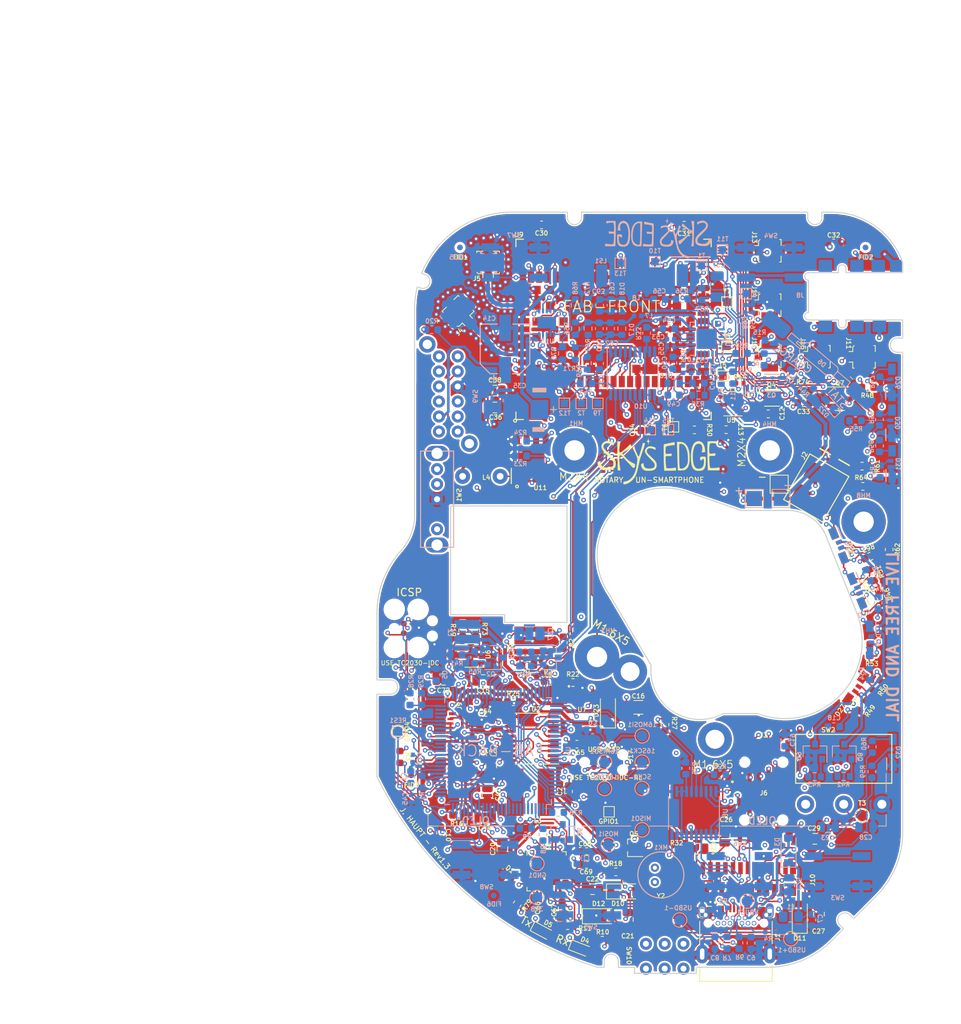
<source format=kicad_pcb>
(kicad_pcb (version 20211014) (generator pcbnew)

  (general
    (thickness 1.6)
  )

  (paper "A4")
  (layers
    (0 "F.Cu" signal "L1_GND+GNDA.Cu")
    (1 "In1.Cu" signal "L2_3v3+GNDA.Cu")
    (2 "In2.Cu" signal "L3_3v8+GNDA.Cu")
    (3 "In3.Cu" signal "L4_GND.Cu")
    (4 "In4.Cu" signal "L5_3v8.Cu")
    (31 "B.Cu" signal "L6_GND.Cu")
    (32 "B.Adhes" user "B.Adhesive")
    (33 "F.Adhes" user "F.Adhesive")
    (34 "B.Paste" user)
    (35 "F.Paste" user)
    (36 "B.SilkS" user "B.Silkscreen")
    (37 "F.SilkS" user "F.Silkscreen")
    (38 "B.Mask" user)
    (39 "F.Mask" user)
    (40 "Dwgs.User" user "User.Drawings")
    (41 "Cmts.User" user "User.Comments")
    (42 "Eco1.User" user "User.Eco1")
    (43 "Eco2.User" user "User.Eco2")
    (44 "Edge.Cuts" user)
    (45 "Margin" user)
    (46 "B.CrtYd" user "B.Courtyard")
    (47 "F.CrtYd" user "F.Courtyard")
    (48 "B.Fab" user)
    (49 "F.Fab" user)
  )

  (setup
    (stackup
      (layer "F.SilkS" (type "Top Silk Screen") (color "White"))
      (layer "F.Paste" (type "Top Solder Paste"))
      (layer "F.Mask" (type "Top Solder Mask") (color "Black") (thickness 0.01))
      (layer "F.Cu" (type "copper") (thickness 0.035))
      (layer "dielectric 1" (type "core") (thickness 0.274) (material "FR4") (epsilon_r 4.5) (loss_tangent 0.02))
      (layer "In1.Cu" (type "copper") (thickness 0.035))
      (layer "dielectric 2" (type "prepreg") (thickness 0.274) (material "FR4") (epsilon_r 4.5) (loss_tangent 0.02))
      (layer "In2.Cu" (type "copper") (thickness 0.035))
      (layer "dielectric 3" (type "core") (thickness 0.274) (material "FR4") (epsilon_r 4.5) (loss_tangent 0.02))
      (layer "In3.Cu" (type "copper") (thickness 0.035))
      (layer "dielectric 4" (type "prepreg") (thickness 0.274) (material "FR4") (epsilon_r 4.5) (loss_tangent 0.02))
      (layer "In4.Cu" (type "copper") (thickness 0.035))
      (layer "dielectric 5" (type "core") (thickness 0.274) (material "FR4") (epsilon_r 4.5) (loss_tangent 0.02))
      (layer "B.Cu" (type "copper") (thickness 0.035))
      (layer "B.Mask" (type "Bottom Solder Mask") (color "Black") (thickness 0.01))
      (layer "B.Paste" (type "Bottom Solder Paste"))
      (layer "B.SilkS" (type "Bottom Silk Screen") (color "White"))
      (copper_finish "None")
      (dielectric_constraints no)
    )
    (pad_to_mask_clearance 0)
    (aux_axis_origin 181.75 154.75)
    (pcbplotparams
      (layerselection 0x00310ff_ffffffff)
      (disableapertmacros false)
      (usegerberextensions false)
      (usegerberattributes false)
      (usegerberadvancedattributes false)
      (creategerberjobfile false)
      (svguseinch false)
      (svgprecision 6)
      (excludeedgelayer true)
      (plotframeref false)
      (viasonmask false)
      (mode 1)
      (useauxorigin false)
      (hpglpennumber 1)
      (hpglpenspeed 20)
      (hpglpendiameter 15.000000)
      (dxfpolygonmode true)
      (dxfimperialunits true)
      (dxfusepcbnewfont true)
      (psnegative false)
      (psa4output false)
      (plotreference true)
      (plotvalue true)
      (plotinvisibletext false)
      (sketchpadsonfab false)
      (subtractmaskfromsilk false)
      (outputformat 1)
      (mirror false)
      (drillshape 0)
      (scaleselection 1)
      (outputdirectory "Fab/")
    )
  )

  (net 0 "")
  (net 1 "/RESET")
  (net 2 "GND")
  (net 3 "/AREF")
  (net 4 "Net-(C7-Pad1)")
  (net 5 "Net-(C8-Pad1)")
  (net 6 "Net-(C9-Pad1)")
  (net 7 "Net-(D4-Pad2)")
  (net 8 "Net-(D4-Pad1)")
  (net 9 "Net-(D5-Pad1)")
  (net 10 "Net-(D5-Pad2)")
  (net 11 "/MISO")
  (net 12 "/MOSI")
  (net 13 "/SCK")
  (net 14 "Net-(R2-Pad1)")
  (net 15 "Net-(R6-Pad1)")
  (net 16 "Net-(R7-Pad1)")
  (net 17 "Net-(R2-Pad2)")
  (net 18 "Net-(R3-Pad2)")
  (net 19 "Net-(R13-Pad2)")
  (net 20 "Net-(R14-Pad2)")
  (net 21 "Net-(R21-Pad2)")
  (net 22 "/CELL_ON")
  (net 23 "/CELL_RESET")
  (net 24 "+3V8")
  (net 25 "Net-(C11-Pad1)")
  (net 26 "Net-(C11-Pad2)")
  (net 27 "VBUS")
  (net 28 "Net-(C14-Pad1)")
  (net 29 "+3V3")
  (net 30 "+12V")
  (net 31 "Net-(C21-Pad1)")
  (net 32 "Net-(C21-Pad2)")
  (net 33 "GNDA")
  (net 34 "Net-(C49-Pad1)")
  (net 35 "Net-(C47-Pad1)")
  (net 36 "Net-(J8-Pad2)")
  (net 37 "Net-(C50-Pad1)")
  (net 38 "Net-(C51-Pad1)")
  (net 39 "Net-(C52-Pad1)")
  (net 40 "Net-(C53-Pad1)")
  (net 41 "Net-(C54-Pad1)")
  (net 42 "Net-(C55-Pad1)")
  (net 43 "Net-(C60-Pad1)")
  (net 44 "Net-(C61-Pad1)")
  (net 45 "Net-(D3-Pad2)")
  (net 46 "/RELAY_OFF")
  (net 47 "Net-(D22-Pad2)")
  (net 48 "Net-(D25-Pad1)")
  (net 49 "Net-(D25-Pad3)")
  (net 50 "Net-(J1-PadA5)")
  (net 51 "Net-(J1-PadB5)")
  (net 52 "/EPD_BUSY")
  (net 53 "/SD_CD")
  (net 54 "/OLED DRIVER/OLED_CS_3V3")
  (net 55 "/OLED DRIVER/OLED_RES_3V3")
  (net 56 "Net-(L7-Pad2)")
  (net 57 "Net-(L8-Pad2)")
  (net 58 "Net-(Q3-Pad1)")
  (net 59 "Net-(Q3-Pad2)")
  (net 60 "Net-(Q3-Pad3)")
  (net 61 "Net-(Q3-Pad5)")
  (net 62 "Net-(Q3-Pad6)")
  (net 63 "Net-(Q4-Pad3)")
  (net 64 "/MCURX-TO-FTDITX")
  (net 65 "/MCUTX-TO-FTDIRX")
  (net 66 "Net-(R19-Pad1)")
  (net 67 "/3v3_EN")
  (net 68 "Net-(R20-Pad1)")
  (net 69 "LL_OE")
  (net 70 "/EPD_CS")
  (net 71 "/EPD_RESET")
  (net 72 "Net-(R39-Pad2)")
  (net 73 "/LED_STAT")
  (net 74 "/LED_1A")
  (net 75 "/EPAPER DRIVER/PREVGH")
  (net 76 "/LED_2A")
  (net 77 "/EPAPER DRIVER/VSH")
  (net 78 "/LED_3A")
  (net 79 "/EPAPER DRIVER/VGH")
  (net 80 "/LED_4A")
  (net 81 "/EPAPER DRIVER/VPP")
  (net 82 "/LED_5A")
  (net 83 "/EPAPER DRIVER/VGL")
  (net 84 "Net-(D25-Pad4)")
  (net 85 "/EPAPER DRIVER/VSL")
  (net 86 "Net-(D25-Pad2)")
  (net 87 "/EPAPER DRIVER/VCOM")
  (net 88 "Net-(Q8-Pad1)")
  (net 89 "/EPAPER DRIVER/VDD")
  (net 90 "Net-(Q9-Pad1)")
  (net 91 "/EPAPER DRIVER/PREVGL")
  (net 92 "/EPAPER DRIVER/GDR")
  (net 93 "/SW_MODE2")
  (net 94 "/SW_MODE3")
  (net 95 "/SW_Alpha")
  (net 96 "/SW_CLEAR")
  (net 97 "/SW_Lambda")
  (net 98 "/SW_Beta")
  (net 99 "/SW_HOOK")
  (net 100 "/SW_Fn")
  (net 101 "/OFFSIGNAL")
  (net 102 "/SW_ROTARY")
  (net 103 "/CELL_PWR_DET")
  (net 104 "/CELL_CTS")
  (net 105 "/CELL_RTS")
  (net 106 "/OLED_CS")
  (net 107 "/SD_CS")
  (net 108 "/EPD_DC")
  (net 109 "/12v_EN")
  (net 110 "/CELL_RXD")
  (net 111 "/CELL_TXD")
  (net 112 "/AUDIO/BLCK")
  (net 113 "Net-(D23-Pad2)")
  (net 114 "/VSIM")
  (net 115 "/SIM_RST")
  (net 116 "/SIM_IO")
  (net 117 "/SIM_CLK")
  (net 118 "/EPAPER DRIVER/RESE")
  (net 119 "/EPAPER DRIVER/EPD_DC_3v3")
  (net 120 "/EPAPER DRIVER/EPD_CS_3v3")
  (net 121 "/EPAPER DRIVER/EPD_SCK_3v3")
  (net 122 "/EPAPER DRIVER/EPD_MOSI_3v3")
  (net 123 "/LED_4R")
  (net 124 "unconnected-(U4-Pad51)")
  (net 125 "/LED_1R")
  (net 126 "/GPIO4")
  (net 127 "Net-(D2-Pad1)")
  (net 128 "/LED_2R")
  (net 129 "/LED_3R")
  (net 130 "unconnected-(J6-Pad10)")
  (net 131 "Net-(J8-Pad4)")
  (net 132 "unconnected-(J8-Pad10)")
  (net 133 "unconnected-(U4-Pad83)")
  (net 134 "/LED_5R")
  (net 135 "unconnected-(J8-Pad3)")
  (net 136 "unconnected-(U9-Pad16)")
  (net 137 "/SW_HALL")
  (net 138 "Net-(T13-Pad1)")
  (net 139 "Net-(Q1-Pad1)")
  (net 140 "Net-(Q1-Pad3)")
  (net 141 "Net-(Q2-Pad3)")
  (net 142 "Net-(Q2-Pad1)")
  (net 143 "Net-(Q7-Pad1)")
  (net 144 "+BATT")
  (net 145 "/POWSW4")
  (net 146 "/GPIO1")
  (net 147 "Net-(Q6-Pad1)")
  (net 148 "Net-(R33-Pad1)")
  (net 149 "unconnected-(J1-PadA2)")
  (net 150 "/LED_FILAMENT")
  (net 151 "Net-(R75-Pad1)")
  (net 152 "/NET_STAT")
  (net 153 "/RINGER+")
  (net 154 "+1V8")
  (net 155 "Net-(J8-Pad12)")
  (net 156 "/RINGER-")
  (net 157 "Net-(D1-Pad2)")
  (net 158 "Net-(D1-Pad1)")
  (net 159 "/LED_BELL")
  (net 160 "/OLED DRIVER/OLED_VP")
  (net 161 "/OLED DRIVER/OLED_VCOMH")
  (net 162 "/OLED DRIVER/OLED_VLOGIC")
  (net 163 "/OLED DRIVER/OLED_IREF")
  (net 164 "/OLED_DC")
  (net 165 "/SW_MODE1")
  (net 166 "unconnected-(J8-Pad11)")
  (net 167 "unconnected-(SW10-Pad4)")
  (net 168 "/OLED DRIVER/OLED_DC_3V3")
  (net 169 "/CELL_RI")
  (net 170 "Net-(T1-Pad1)")
  (net 171 "Net-(D2-Pad2)")
  (net 172 "/CELL MODEM/ANT2")
  (net 173 "/CELL MODEM/ANT1")
  (net 174 "/CELL MODEM/SDIO-D0")
  (net 175 "/CELL MODEM/SDIO-D1")
  (net 176 "/CELL MODEM/SDIO-CLK")
  (net 177 "/CELL MODEM/SDIO-CMD")
  (net 178 "/CELL MODEM/SDIO-D2")
  (net 179 "/CELL MODEM/SDIO-D3")
  (net 180 "/CELL MODEM/USB_D+")
  (net 181 "/CELL MODEM/USB_D-")
  (net 182 "unconnected-(U4-Pad69)")
  (net 183 "unconnected-(J1-PadA3)")
  (net 184 "unconnected-(J1-PadA8)")
  (net 185 "/CELL MODEM/DSR_1v8")
  (net 186 "/CELL MODEM/DCD_1v8")
  (net 187 "/CELL MODEM/NETSTAT")
  (net 188 "/CELL MODEM/RTS_1v8")
  (net 189 "/CELL MODEM/CTS_1v8")
  (net 190 "/CELL MODEM/TXD_1v8")
  (net 191 "/CELL MODEM/RXD_1v8")
  (net 192 "unconnected-(J1-PadA10)")
  (net 193 "unconnected-(J1-PadA11)")
  (net 194 "unconnected-(J1-PadB2)")
  (net 195 "unconnected-(J1-PadB3)")
  (net 196 "/CELL MODEM/RI_1v8")
  (net 197 "/USB PORT AND BRIDGE/FTDI-RESET")
  (net 198 "Net-(C66-Pad1)")
  (net 199 "/USB PORT AND BRIDGE/FTDI-TX")
  (net 200 "/USB PORT AND BRIDGE/FTDI-RX")
  (net 201 "Net-(U1-Pad2)")
  (net 202 "Net-(U1-Pad1)")
  (net 203 "/OLED_RES")
  (net 204 "unconnected-(J1-PadB8)")
  (net 205 "unconnected-(J1-PadB10)")
  (net 206 "unconnected-(J1-PadB11)")
  (net 207 "unconnected-(J9-Pad1)")
  (net 208 "unconnected-(J9-Pad9)")
  (net 209 "unconnected-(J9-Pad30)")
  (net 210 "unconnected-(J10-Pad1)")
  (net 211 "unconnected-(J10-Pad6)")
  (net 212 "unconnected-(J10-Pad7)")
  (net 213 "/AUDIO/SDA")
  (net 214 "/AUDIO/SCL")
  (net 215 "Net-(D26-Pad1)")
  (net 216 "Net-(D26-Pad3)")
  (net 217 "Net-(D27-Pad1)")
  (net 218 "Net-(D27-Pad3)")
  (net 219 "Net-(D28-Pad1)")
  (net 220 "Net-(D28-Pad3)")
  (net 221 "Net-(D29-Pad1)")
  (net 222 "Net-(D29-Pad3)")
  (net 223 "Net-(D30-Pad1)")
  (net 224 "Net-(D30-Pad3)")
  (net 225 "Net-(D31-Pad1)")
  (net 226 "Net-(D31-Pad3)")
  (net 227 "Net-(D32-Pad1)")
  (net 228 "Net-(D32-Pad3)")
  (net 229 "Net-(D33-Pad1)")
  (net 230 "Net-(D33-Pad3)")
  (net 231 "Net-(D34-Pad1)")
  (net 232 "Net-(D34-Pad3)")
  (net 233 "unconnected-(SW2-Pad3)")
  (net 234 "unconnected-(SW9-Pad1)")
  (net 235 "unconnected-(SW9-Pad6)")
  (net 236 "unconnected-(SW9-Pad7)")
  (net 237 "unconnected-(SW9-Pad10)")
  (net 238 "unconnected-(SW9-Pad11)")
  (net 239 "unconnected-(SW9-Pad12)")
  (net 240 "unconnected-(SW10-Pad3)")
  (net 241 "/AUDIO/SPK-")
  (net 242 "unconnected-(U1-Pad5)")
  (net 243 "unconnected-(U1-Pad6)")
  (net 244 "unconnected-(U1-Pad7)")
  (net 245 "unconnected-(U1-Pad12)")
  (net 246 "unconnected-(U1-Pad14)")
  (net 247 "unconnected-(U1-Pad18)")
  (net 248 "unconnected-(U1-Pad19)")
  (net 249 "unconnected-(U1-Pad20)")
  (net 250 "unconnected-(U1-Pad21)")
  (net 251 "unconnected-(U1-Pad22)")
  (net 252 "unconnected-(U1-Pad23)")
  (net 253 "unconnected-(U1-Pad25)")
  (net 254 "unconnected-(U1-Pad26)")
  (net 255 "unconnected-(U3-Pad1)")
  (net 256 "unconnected-(U4-Pad4)")
  (net 257 "unconnected-(U4-Pad9)")
  (net 258 "unconnected-(U4-Pad14)")
  (net 259 "unconnected-(U4-Pad19)")
  (net 260 "unconnected-(U4-Pad27)")
  (net 261 "unconnected-(U4-Pad28)")
  (net 262 "unconnected-(U4-Pad29)")
  (net 263 "unconnected-(U4-Pad35)")
  (net 264 "unconnected-(U4-Pad36)")
  (net 265 "unconnected-(U4-Pad40)")
  (net 266 "unconnected-(U4-Pad41)")
  (net 267 "unconnected-(U4-Pad47)")
  (net 268 "unconnected-(U4-Pad48)")
  (net 269 "unconnected-(U4-Pad49)")
  (net 270 "unconnected-(U4-Pad65)")
  (net 271 "unconnected-(U4-Pad66)")
  (net 272 "unconnected-(U4-Pad70)")
  (net 273 "unconnected-(U4-Pad79)")
  (net 274 "unconnected-(U7-Pad4)")
  (net 275 "unconnected-(U7-Pad6)")
  (net 276 "unconnected-(U4-Pad8)")
  (net 277 "unconnected-(U9-Pad23)")
  (net 278 "unconnected-(U9-Pad59)")
  (net 279 "unconnected-(U9-Pad24)")
  (net 280 "/AUDIO/LRCLK")
  (net 281 "/AUDIO/SDIN")
  (net 282 "/AUDIO/SDOUT")
  (net 283 "/AUDIO/MCLK")
  (net 284 "unconnected-(U9-Pad97)")
  (net 285 "Net-(D6-Pad1)")
  (net 286 "Net-(D6-Pad2)")
  (net 287 "unconnected-(U12-Pad20)")
  (net 288 "unconnected-(U12-Pad21)")
  (net 289 "Net-(L4-Pad1)")
  (net 290 "Net-(L4-Pad2)")
  (net 291 "Net-(R28-Pad1)")
  (net 292 "Net-(R25-Pad1)")
  (net 293 "/USB PORT AND BRIDGE/16U2_MISO")
  (net 294 "/OLED DRIVER/OLED_SCL_3V3")
  (net 295 "/OLED DRIVER/OLED_MOSI_3V3")
  (net 296 "/EPAPER DRIVER/EPD_RES_3v3")
  (net 297 "/USB PORT AND BRIDGE/16U2_SCK")
  (net 298 "/USB PORT AND BRIDGE/16U2_MOSI")
  (net 299 "/USB PORT AND BRIDGE/16U2_RESET")
  (net 300 "unconnected-(U4-Pad84)")
  (net 301 "unconnected-(U4-Pad85)")
  (net 302 "unconnected-(U4-Pad86)")
  (net 303 "unconnected-(U4-Pad87)")
  (net 304 "unconnected-(U4-Pad88)")
  (net 305 "unconnected-(U9-Pad98)")
  (net 306 "/AUDIO/SPK+")
  (net 307 "unconnected-(U4-Pad67)")
  (net 308 "Net-(MK1-Pad1)")
  (net 309 "Net-(R67-Pad1)")
  (net 310 "Net-(R68-Pad1)")
  (net 311 "Net-(R69-Pad2)")
  (net 312 "unconnected-(SW10-Pad2)")
  (net 313 "unconnected-(SW10-Pad1)")
  (net 314 "/AUDIOAMP_EN")
  (net 315 "unconnected-(U4-Pad68)")
  (net 316 "/CELL MODEM/VSUB_DET")
  (net 317 "unconnected-(U6-Pad4)")

  (footprint "Resistor_SMD:R_0402_1005Metric" (layer "F.Cu") (at 151.8 139.7 90))

  (footprint "Capacitor_SMD:C_0603_1608Metric" (layer "F.Cu") (at 147.625 83.35))

  (footprint "Capacitor_SMD:C_0603_1608Metric" (layer "F.Cu") (at 168.52 79.66))

  (footprint "Capacitor_SMD:C_0603_1608Metric" (layer "F.Cu") (at 172.515 58.4))

  (footprint "Capacitor_SMD:C_0603_1608Metric" (layer "F.Cu") (at 152.59 56.04))

  (footprint "MyFootprints:Samtec_2x6Header_FTSH-106-01-L-DV" (layer "F.Cu") (at 163.2 135.2))

  (footprint "MyFootprints:LimitSwitch_D2F-01FL2-A1" (layer "F.Cu") (at 173.85 128.8))

  (footprint "MyFootprints:Molex_24pFPC_Vert_0525592452" (layer "F.Cu") (at 160.1 143 180))

  (footprint "Diode_SMD:D_SOD-123" (layer "F.Cu") (at 168 148.02 90))

  (footprint "Capacitor_SMD:C_0805_2012Metric" (layer "F.Cu") (at 170 137.7))

  (footprint "Capacitor_SMD:C_0805_2012Metric" (layer "F.Cu") (at 158 137.3 90))

  (footprint "Capacitor_SMD:C_0805_2012Metric" (layer "F.Cu") (at 154.4 139.02 180))

  (footprint "Capacitor_SMD:C_0805_2012Metric" (layer "F.Cu") (at 140.4 144.4))

  (footprint "Capacitor_SMD:C_0805_2012Metric" (layer "F.Cu") (at 128.4 139 90))

  (footprint "MyFootprints:Switch_DPDT_Nidec_CL-SB-22C-XX" (layer "F.Cu") (at 150.01 153.3225))

  (footprint "Capacitor_SMD:C_0603_1608Metric" (layer "F.Cu") (at 133.615 56 180))

  (footprint "Capacitor_SMD:C_0603_1608Metric" (layer "F.Cu") (at 131.8 114.6))

  (footprint "MyFootprints:Fiducial_0.75mm_1.5mm" (layer "F.Cu") (at 122.75 59))

  (footprint "LED_SMD:LED_0603_1608Metric_Castellated" (layer "F.Cu") (at 139 152.4 -21))

  (footprint "Capacitor_SMD:C_0603_1608Metric" (layer "F.Cu") (at 137.2 131.4 -90))

  (footprint "MyFootprints:SkysEdge_21mm" (layer "F.Cu") (at 149.3 86.55))

  (footprint "MyFootprints:BoostConverter_MCP1661" (layer "F.Cu") (at 139.06 118.8))

  (footprint "Diode_SMD:D_SOD-123" (layer "F.Cu") (at 142.45 120.7 90))

  (footprint "MyFootprints:USBC_CUI_UJ31-CH-G1-SMT-TR" (layer "F.Cu") (at 159.5 151.525))

  (footprint "MyFootprints:CellModule_LARA" (layer "F.Cu") (at 143.2 69.9))

  (footprint "NetTie:NetTie-2_SMD_Pad0.5mm" (layer "F.Cu") (at 157.15 89.35 90))

  (footprint "Resistor_SMD:R_0603_1608Metric" (layer "F.Cu") (at 179.9 99.2 -90))

  (footprint "Resistor_SMD:R_0603_1608Metric" (layer "F.Cu") (at 177.35 112.575 90))

  (footprint "Resistor_SMD:R_0603_1608Metric" (layer "F.Cu") (at 177.6 102.6 -68))

  (footprint "Resistor_SMD:R_0603_1608Metric" (layer "F.Cu") (at 178.25 117.3 55))

  (footprint "Resistor_SMD:R_0603_1608Metric" (layer "F.Cu") (at 176.375 120 -125))

  (footprint "Resistor_SMD:R_0603_1608Metric" (layer "F.Cu") (at 177.0575 77.61 180))

  (footprint "Resistor_SMD:R_0603_1608Metric" (layer "F.Cu") (at 178.825 105.6 112))

  (footprint "Resistor_SMD:R_0603_1608Metric" (layer "F.Cu") (at 153.975 83.275 180))

  (footprint "Resistor_SMD:R_0603_1608Metric" (layer "F.Cu") (at 137.8 116.9))

  (footprint "Resistor_SMD:R_0603_1608Metric" (layer "F.Cu") (at 134.74 116.74))

  (footprint "Resistor_SMD:R_0402_1005Metric" (layer "F.Cu") (at 160 77.07))

  (footprint "Resistor_SMD:R_0603_1608Metric" (layer "F.Cu") (at 137.1 149.25 180))

  (footprint "Resistor_SMD:R_0603_1608Metric" (layer "F.Cu") (at 141.7 151.2 180))

  (footprint "Resistor_SMD:R_0603_1608Metric" (layer "F.Cu") (at 136.5 111.6 -90))

  (footprint "MyFootprints:TI_CSD16301Q2" (layer "F.Cu")
    (tedit 639252AE) (tstamp 00000000-0000-0000-0000-00005fc947d3)
    (at 164.3 78.9975 -90)
    (property "Mfg. Name" "TI")
    (property "Mfg. Part No." "CSD16301Q2")
    (property "Sheetfile" "PowerManagement.kicad_sch")
    (property "Sheetname" "CHARGING AND POWER MANAGEMENT")
    (path "/00000000-0000-0000-0000-00005e745cfa/00000000-0000-0000-0000-00005ed206e3")
    (attr smd)
    (fp_text reference "Q4" (at -1.715 0.07 unlocked) (layer "F.SilkS")
      (effects (font (size 0.6 0.6) (thickness 0.12)))
      (tstamp ddbdccee-9696-4e19-ae90-8207d449e2bd)
    )
    (fp_text value "25V 5A NMOS, CSD16301Q2" (at 4.7524 1.9064 90) (layer "F.Fab")
      (effects (font (size 0.64 0.64) (thickness 0.015)))
      (tstamp 7dcb9b66-62ae-4e99-906b-4f8f4f2a14c8)
    )
    (fp_poly (pts
        (xy 0.5 0.23)
        (xy 0.5 -0.42)
        (xy 0.500069 -0.422617)
        (xy 0.500274 -0.425226)
        (xy 0.500616 -0.427822)
        (xy 0.501093 -0.430396)
        (xy 0.501704 -0.432941)
        (xy 0.502447 -0.435451)
        (xy 0.503321 -0.437918)
        (xy 0.504323 -0.440337)
        (xy 0.50545 -0.4427)
        (xy 0.506699 -0.445)
        (xy 0.508066 -0.447232)
        (xy 0.509549 -0.449389)
        (xy 0.511143 -0.451466)
        (xy 0.512843 -0.453457)
        (xy 0.514645 -0.455355)
        (xy 0.516543 -0.457157)
        (xy 0.518534 -0.458857)
        (xy 0.520611 -0.460451)
        (xy 0.522768 -0.461934)
        (xy 0.525 -0.463301)
        (xy 0.5273 -0.46455)
        (xy 0.529663 -0.465677)
        (xy 0.532082 -0.466679)
        (xy 0.534549 -0.467553)
        (xy 0.537059 -0.468296)
        (xy 0.539604 -0.468907)
        (xy 0.542178 -0.469384)
        (xy 0.544774 -0.469726)
        (xy 0.547383 -0.469931)
        (xy 0.55 -0.47)
        (xy 0.75 -0.47)
        (xy 0.752617 -0.469931)
        (xy 0.755226 -0.469726)
        (xy 0.757822 -0.469384)
        (xy 0.760396 -0.468907)
        (xy 0.762941 -0.468296)
        (xy 0.765451 -0.467553)
        (xy 0.767918 -0.466679)
        (xy 0.770337 -0.465677)
        (xy 0.7727 -0.46455)
        (xy 0.775 -0.463301)
        (xy 0.777232 -0.461934)
        (xy 0.779389 -0.460451)
        (xy 0.781466 -0.458857)
        (xy 0.783457 -0.457157)
        (xy 0.785355 -0.455355)
        (xy 0.787157 -0.453457)
        (xy 0.788857 -0.451466)
        (xy 0.790451 -0.449389)
        (xy 0.791934 -0.447232)
        (xy 0.793301 -0.445)
        (xy 0.79455 -0.4427)
        (xy 0.795677 -0.440337)
        (xy 0.796679 -0.437918)
        (xy 0.797553 -0.435451)
        (xy 0.798296 -0.432941)
        (xy 0.798907 -0.430396)
        (xy 0.799384 -0.427822)
        (xy 0.799726 -0.425226)
        (xy 0.799931 -0.422617)
        (xy 0.8 -0.42)
        (xy 0.8 0.23)
        (xy 0.799931 0.232617)
        (xy 0.799726 0.235226)
        (xy 0.799384 0.237822)
        (xy 0.798907 0.240396)
        (xy 0.798296 0.242941)
        (xy 0.797553 0.245451)
        (xy 0.796679 0.247918)
        (xy 0.795677 0.250337)
        (xy 0.79455 0.2527)
        (xy 0.793301 0.255)
        (xy 0.791934 0.257232)
        (xy 0.790451 0.259389)
        (xy 0.788857 0.261466)
        (xy 0.787157 0.263457)
        (xy 0.785355 0.265355)
        (xy 0.783457 0.267157)
        (xy 0.781466 0.268857)
        (xy 0.779389 0.270451)
        (xy 0.777232 0.271934)
        (xy 0.775 0.273301)
        (xy 0.7727 0.27455)
        (xy 0.770337 0.275677)
        (xy 0.767918 0.276679)
        (xy 0.765451 0.277553)
        (xy 0.762941 0.278296)
        (xy 0.760396 0.278907)
        (xy 0.757822 0.279384)
        (xy 0.755226 0.279726)
        (xy 0.752617 0.279931)
        (xy 0.75 0.28)
        (xy 0.55 0.28)
        (xy 0.547383 0.279931)
        (xy 0.544774 0.279726)
        (xy 0.542178 0.279384)
        (xy 0.539604 0.278907)
        (xy 0.537059 0.278296)
        (xy 0.534549 0.277553)
        (xy 0.532082 0.276679)
        (xy 0.529663 0.275677)
        (xy 0.5273 0.27455)
        (xy 0.525 0.273301)
        (xy 0.522768 0.271934)
        (xy 0.520611 0.270451)
        (xy 0.518534 0.268857)
        (xy 0.516543 0.267157)
        (xy 0.514645 0.265355)
        (xy 0.512843 0.263457)
        (xy 0.511143 0.261466)
        (xy 0.509549 0.259389)
        (xy 0.508066 0.257232)
        (xy 0.506699 0.255)
        (xy 0.50545 0.2527)
        (xy 0.504323 0.250337)
        (xy 0.503321 0.247918)
        (xy 0.502447 0.245451)
        (xy 0.501704 0.242941)
        (xy 0.501093 0.240396)
        (xy 0.500616 0.237822)
        (xy 0.500274 0.235226)
        (xy 0.500069 0.232617)
        (xy 0.5 0.23)
      ) (layer "F.Cu") (width 0.01) (fill solid) (tstamp 3d490072-df84-487c-8f90-4d3744aa6de7))
    (fp_poly (pts
        (xy 0.795 -0.395)
        (xy 0.795 0.205)
        (xy 0.794931 0.207617)
        (xy 0.794726 0.210226)
        (xy 0.794384 0.212822)
        (xy 0.793907 0.215396)
        (xy 0.793296 0.217941)
        (xy 0.792553 0.220451)
        (xy 0.791679 0.222918)
        (xy 0.790677 0.225337)
        (xy 0.78955 0.2277)
        (xy 0.788301 0.23)
        (xy 0.786934 0.232232)
        (xy 0.785451 0.234389)
        (xy 0.783857 0.236466)
        (xy 0.782157 0.238457)
        (xy 0.780355 0.240355)
        (xy 0.778457 0.242157)
        (xy 0.776466 0.243857)
        (xy 0.774389 0.245451)
        (xy 0.772232 0.246934)
        (xy 0.77 0.248301)
        (xy 0.7677 0.24955)
        (xy 0.765337 0.250677)
        (xy 0.762918 0.251679)
        (xy 0.760451 0.252553)
        (xy 0.757941 0.253296)
        (xy 0.755396 0.253907)
        (xy 0.752822 0.254384)
        (xy 0.750226 0.254726)
    
... [6516625 chars truncated]
</source>
